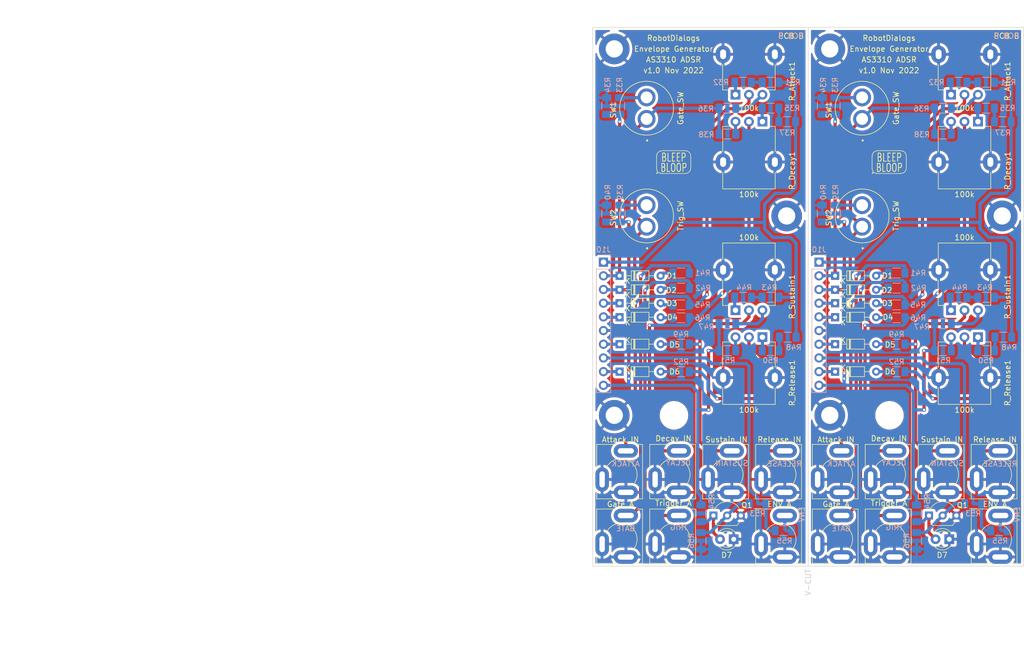
<source format=kicad_pcb>
(kicad_pcb (version 20211014) (generator pcbnew)
  (title_block (title "Envelope Generator AS3310") (date "2022-12-06") (rev "1.0") (company "RobotDialogs"))
  (layers (0 "F.Cu" signal) (31 "B.Cu" signal) (34 "B.Paste" user) (35 "F.Paste" user) (36 "B.SilkS" user "B.Silkscreen") (37 "F.SilkS" user "F.Silkscreen") (38 "B.Mask" user) (39 "F.Mask" user) (44 "Edge.Cuts" user))
  (net 0 "")
  (net 1 "+12V")
  (net 2 "GND")
  (net 3 "-12V")
  (net 4 "Net-(D2-Pad2)")
  (net 5 "Net-(J2-PadT)")
  (net 6 "Net-(D1-Pad2)")
  (net 7 "Net-(D5-Pad2)")
  (net 8 "Net-(D6-Pad2)")
  (net 9 "Net-(D7-Pad2)")
  (net 10 "Net-(D3-Pad2)")
  (net 11 "Net-(D4-Pad2)")
  (net 12 "Net-(Q1-Pad2)")
  (net 13 "Net-(J3-PadT)")
  (net 14 "Net-(J4-PadT)")
  (net 15 "Net-(J5-PadT)")
  (net 16 "Net-(J6-PadT)")
  (net 17 "Net-(R35-Pad2)")
  (net 18 "Net-(R36-Pad2)")
  (net 19 "Net-(R39-Pad1)")
  (net 20 "Net-(J7-PadT)")
  (net 21 "Net-(R32-Pad2)")
  (net 22 "Net-(R32-Pad1)")
  (net 23 "Net-(R33-Pad1)")
  (net 24 "Net-(R35-Pad1)")
  (net 25 "Net-(R38-Pad2)")
  (net 26 "Net-(R44-Pad2)")
  (net 27 "Net-(J8-PadT)")
  (net 28 "Net-(R44-Pad1)")
  (net 29 "Net-(R47-Pad2)")
  (net 30 "Net-(R50-Pad2)")
  (net 31 "FROM_GATE")
  (net 32 "FROM_TRIG")
  (net 33 "FROM_ATT")
  (net 34 "FROM_DEC")
  (net 35 "FROM_SUS")
  (net 36 "FROM_REL")
  (net 37 "TO_OUT")
  (net 38 "Net-(R50-Pad1)")
  (net 39 "Net-(R51-Pad2)")
  (footprint "My Stuff:Jack_3.5mm_MJ-355W_Vertical" (layer "F.Cu") (at 214.75 145)
    (fp_text reference "J8")
    (fp_text value "ENV_A")
  )
  (footprint "Diode_THT:D_DO-34_SOD68_P7.62mm_Horizontal" (layer "F.Cu") (at 184.985 108.8)
    (fp_text reference "D5")
    (fp_text value "D")
  )
  (footprint "My Stuff:SW_PS1024ALRED" (layer "F.Cu") (at 150 85 90)
    (fp_text reference "SW2")
    (fp_text value "Trig_SW")
  )
  (footprint "MountingHole:MountingHole_4.3mm_M4_ISO14580" (layer "F.Cu") (at 155.083333 122)
    (fp_text reference "H7" hide)
    (fp_text value "TrimPotHole")
  )
  (footprint "Diode_THT:D_DO-34_SOD68_P7.62mm_Horizontal" (layer "F.Cu") (at 144.985 96.1)
    (fp_text reference "D1")
    (fp_text value "D")
  )
  (footprint "My Stuff:SW_PS1024ALRED" (layer "F.Cu") (at 150 65 90)
    (fp_text reference "SW1")
    (fp_text value "Gate_SW")
  )
  (footprint "Diode_THT:D_DO-34_SOD68_P7.62mm_Horizontal" (layer "F.Cu") (at 144.985 98.7)
    (fp_text reference "D2")
    (fp_text value "D")
  )
  (footprint "Package_TO_SOT_THT:TO-92_Inline_Wide" (layer "F.Cu") (at 162.41 140.6)
    (fp_text reference "Q1")
    (fp_text value "2N3906")
  )
  (footprint "My Stuff:Potentiometer_Alpha_RD901F-40-00D_Single_Vertical_w_3d" (layer "F.Cu") (at 209 115 -90)
    (fp_text reference "R_Release1")
    (fp_text value "100k")
  )
  (footprint "My Stuff:Jack_3.5mm_MJ-355W_Vertical" (layer "F.Cu") (at 195.083333 145)
    (fp_text reference "J7")
    (fp_text value "Trigger_A")
  )
  (footprint "MountingHole:MountingHole_3.2mm_M3_ISO7380_Pad_TopBottom" (layer "F.Cu") (at 176 85)
    (fp_text reference "H4" hide)
    (fp_text value "MountingHole_Pad")
  )
  (footprint "MountingHole:MountingHole_3.2mm_M3_ISO7380_Pad_TopBottom" (layer "F.Cu") (at 216 85)
    (fp_text reference "H4" hide)
    (fp_text value "MountingHole_Pad")
  )
  (footprint "MountingHole:MountingHole_3.2mm_M3_ISO7380_Pad_TopBottom" (layer "F.Cu") (at 144 122)
    (fp_text reference "H6" hide)
    (fp_text value "MountingHole_Pad")
  )
  (footprint "My Stuff:Jack_3.5mm_MJ-355W_Vertical" (layer "F.Cu") (at 185.25 145)
    (fp_text reference "J6")
    (fp_text value "Gate_A")
  )
  (footprint "MountingHole:MountingHole_3.2mm_M3_ISO7380_Pad_TopBottom" (layer "F.Cu") (at 184 122)
    (fp_text reference "H6" hide)
    (fp_text value "MountingHole_Pad")
  )
  (footprint "My Stuff:Jack_3.5mm_MJ-355W_Vertical" (layer "F.Cu") (at 145.25 133)
    (fp_text reference "J2")
    (fp_text value "Attack_IN")
  )
  (footprint "My Stuff:Potentiometer_Alpha_RD901F-40-00D_Single_Vertical_w_3d" (layer "F.Cu") (at 209 95 90)
    (fp_text reference "R_Sustain1")
    (fp_text value "100k")
  )
  (footprint "My Stuff:Potentiometer_Alpha_RD901F-40-00D_Single_Vertical_w_3d" (layer "F.Cu") (at 209 75 -90)
    (fp_text reference "R_Decay1")
    (fp_text value "100k")
  )
  (footprint "Diode_THT:D_DO-34_SOD68_P7.62mm_Horizontal" (layer "F.Cu") (at 184.985 98.7)
    (fp_text reference "D2")
    (fp_text value "D")
  )
  (footprint "My Stuff:SW_PS1024ALRED" (layer "F.Cu") (at 190 65 90)
    (fp_text reference "SW1")
    (fp_text value "Gate_SW")
  )
  (footprint "My Stuff:Jack_3.5mm_MJ-355W_Vertical" (layer "F.Cu") (at 155.083333 133)
    (fp_text reference "J3")
    (fp_text value "Decay_IN")
  )
  (footprint "My Stuff:LED_D3.0mm" (layer "F.Cu") (at 204.9 145 180)
    (fp_text reference "D7")
    (fp_text value "LED_A")
  )
  (footprint "MountingHole:MountingHole_3.2mm_M3_ISO7380_Pad_TopBottom" (layer "F.Cu") (at 144 54)
    (fp_text reference "H2" hide)
    (fp_text value "MountingHole_Pad")
  )
  (footprint "My Stuff:Logo1" (layer "F.Cu") (at 155 75)
    (fp_text reference "LOGO1" hide)
    (fp_text value "logo1" hide)
  )
  (footprint "MountingHole:MountingHole_3.2mm_M3_ISO7380_Pad_TopBottom" (layer "F.Cu") (at 184 54)
    (fp_text reference "H2" hide)
    (fp_text value "MountingHole_Pad")
  )
  (footprint "My Stuff:Potentiometer_Alpha_RD901F-40-00D_Single_Vertical_w_3d" (layer "F.Cu") (at 169 55 90)
    (fp_text reference "R_Attack1")
    (fp_text value "100k")
  )
  (footprint "Diode_THT:D_DO-34_SOD68_P7.62mm_Horizontal" (layer "F.Cu") (at 144.985 101.2)
    (fp_text reference "D3")
    (fp_text value "D")
  )
  (footprint "MountingHole:MountingHole_4.3mm_M4_ISO14580" (layer "F.Cu") (at 195.083333 122)
    (fp_text reference "H7" hide)
    (fp_text value "TrimPotHole")
  )
  (footprint "Diode_THT:D_DO-34_SOD68_P7.62mm_Horizontal" (layer "F.Cu") (at 184.985 103.8)
    (fp_text reference "D4")
    (fp_text value "D")
  )
  (footprint "My Stuff:Jack_3.5mm_MJ-355W_Vertical" (layer "F.Cu") (at 204.916666 133)
    (fp_text reference "J4")
    (fp_text value "Sustain_IN")
  )
  (footprint "Diode_THT:D_DO-34_SOD68_P7.62mm_Horizontal" (layer "F.Cu") (at 184.985 101.2)
    (fp_text reference "D3")
    (fp_text value "D")
  )
  (footprint "My Stuff:Jack_3.5mm_MJ-355W_Vertical" (layer "F.Cu") (at 185.25 133)
    (fp_text reference "J2")
    (fp_text value "Attack_IN")
  )
  (footprint "Diode_THT:D_DO-34_SOD68_P7.62mm_Horizontal" (layer "F.Cu") (at 144.985 103.8)
    (fp_text reference "D4")
    (fp_text value "D")
  )
  (footprint "My Stuff:SW_PS1024ALRED" (layer "F.Cu") (at 190 85 90)
    (fp_text reference "SW2")
    (fp_text value "Trig_SW")
  )
  (footprint "My Stuff:Jack_3.5mm_MJ-355W_Vertical" (layer "F.Cu") (at 155.083333 145)
    (fp_text reference "J7")
    (fp_text value "Trigger_A")
  )
  (footprint "My Stuff:Jack_3.5mm_MJ-355W_Vertical" (layer "F.Cu") (at 164.916666 133)
    (fp_text reference "J4")
    (fp_text value "Sustain_IN")
  )
  (footprint "My Stuff:Jack_3.5mm_MJ-355W_Vertical" (layer "F.Cu") (at 145.25 145)
    (fp_text reference "J6")
    (fp_text value "Gate_A")
  )
  (footprint "My Stuff:Potentiometer_Alpha_RD901F-40-00D_Single_Vertical_w_3d" (layer "F.Cu") (at 209 55 90)
    (fp_text reference "R_Attack1")
    (fp_text value "100k")
  )
  (footprint "Diode_THT:D_DO-34_SOD68_P7.62mm_Horizontal" (layer "F.Cu") (at 144.985 113.9)
    (fp_text reference "D6")
    (fp_text value "D")
  )
  (footprint "Diode_THT:D_DO-34_SOD68_P7.62mm_Horizontal" (layer "F.Cu") (at 144.985 108.8)
    (fp_text reference "D5")
    (fp_text value "D")
  )
  (footprint "Package_TO_SOT_THT:TO-92_Inline_Wide" (layer "F.Cu") (at 202.41 140.6)
    (fp_text reference "Q1")
    (fp_text value "2N3906")
  )
  (footprint "My Stuff:Jack_3.5mm_MJ-355W_Vertical" (layer "F.Cu") (at 174.75 133)
    (fp_text reference "J5")
    (fp_text value "Release_IN")
  )
  (footprint "Diode_THT:D_DO-34_SOD68_P7.62mm_Horizontal" (layer "F.Cu") (at 184.985 113.9)
    (fp_text reference "D6")
    (fp_text value "D")
  )
  (footprint "My Stuff:Jack_3.5mm_MJ-355W_Vertical" (layer "F.Cu") (at 174.75 145)
    (fp_text reference "J8")
    (fp_text value "ENV_A")
  )
  (footprint "My Stuff:Potentiometer_Alpha_RD901F-40-00D_Single_Vertical_w_3d" (layer "F.Cu") (at 169 75 -90)
    (fp_text reference "R_Decay1")
    (fp_text value "100k")
  )
  (footprint "My Stuff:Potentiometer_Alpha_RD901F-40-00D_Single_Vertical_w_3d" (layer "F.Cu") (at 169 115 -90)
    (fp_text reference "R_Release1")
    (fp_text value "100k")
  )
  (footprint "My Stuff:Jack_3.5mm_MJ-355W_Vertical" (layer "F.Cu") (at 214.75 133)
    (fp_text reference "J5")
    (fp_text value "Release_IN")
  )
  (footprint "My Stuff:Potentiometer_Alpha_RD901F-40-00D_Single_Vertical_w_3d" (layer "F.Cu") (at 169 95 90)
    (fp_text reference "R_Sustain1")
    (fp_text value "100k")
  )
  (footprint "My Stuff:Logo1" (layer "F.Cu") (at 195 75)
    (fp_text reference "LOGO1" hide)
    (fp_text value "logo1" hide)
  )
  (footprint "Diode_THT:D_DO-34_SOD68_P7.62mm_Horizontal" (layer "F.Cu") (at 184.985 96.1)
    (fp_text reference "D1")
    (fp_text value "D")
  )
  (footprint "My Stuff:Jack_3.5mm_MJ-355W_Vertical" (layer "F.Cu") (at 195.083333 133)
    (fp_text reference "J3")
    (fp_text value "Decay_IN")
  )
  (footprint "My Stuff:LED_D3.0mm" (layer "F.Cu") (at 164.9 145 180)
    (fp_text reference "D7")
    (fp_text value "LED_A")
  )
  (footprint "Resistor_SMD:R_1206_3216Metric_Pad1.30x1.75mm_HandSolder" (layer "B.Cu") (at 196.4 113.9 180)
    (fp_text reference "R52")
    (fp_text value "1k")
  )
  (footprint "Resistor_SMD:R_1206_3216Metric_Pad1.30x1.75mm_HandSolder" (layer "B.Cu") (at 182.6 84.550001 90)
    (fp_text reference "R40")
    (fp_text value "10k")
  )
  (footprint "Resistor_SMD:R_1206_3216Metric_Pad1.30x1.75mm_HandSolder" (layer "B.Cu") (at 213 65)
    (fp_text reference "R35")
    (fp_text value "100k")
  )
  (footprint "Resistor_SMD:R_1206_3216Metric_Pad1.30x1.75mm_HandSolder" (layer "B.Cu") (at 196.4 98.4 180)
    (fp_text reference "R42")
    (fp_text value "1k")
  )
  (footprint "Resistor_SMD:R_1206_3216Metric_Pad1.30x1.75mm_HandSolder" (layer "B.Cu") (at 205 69.8)
    (fp_text reference "R38")
    (fp_text value "10k")
  )
  (footprint "Resistor_SMD:R_1206_3216Metric_Pad1.30x1.75mm_HandSolder" (layer "B.Cu") (at 207.9 60.2)
    (fp_text reference "R32")
    (fp_text value "100k")
  )
  (footprint "Resistor_SMD:R_1206_3216Metric_Pad1.30x1.75mm_HandSolder" (layer "B.Cu") (at 196.4 95.6 180)
    (fp_text reference "R41")
    (fp_text value "1k")
  )
  (footprint "Resistor_SMD:R_1206_3216Metric_Pad1.30x1.75mm_HandSolder" (layer "B.Cu") (at 167.9 100.1)
    (fp_text reference "R44")
    (fp_text value "100k")
  )
  (footprint "Resistor_SMD:R_1206_3216Metric_Pad1.30x1.75mm_HandSolder" (layer "B.Cu") (at 173 60.2)
    (fp_text reference "R31")
    (fp_text value "10k")
  )
  (footprint "Resistor_SMD:R_1206_3216Metric_Pad1.30x1.75mm_HandSolder" (layer "B.Cu") (at 165 65)
    (fp_text reference "R36")
    (fp_text value "10k")
  )
  (footprint "Connector_PinHeader_2.54mm:PinHeader_1x10_P2.54mm_Vertical" (layer "B.Cu") (at 182 93.575 180)
    (fp_text reference "J10")
    (fp_text value "Conn_01x10")
  )
  (footprint "Resistor_SMD:R_1206_3216Metric_Pad1.30x1.75mm_HandSolder" (layer "B.Cu") (at 142.6 64.6 90)
    (fp_text reference "R34")
    (fp_text value "10k")
  )
  (footprint "Resistor_SMD:R_1206_3216Metric_Pad1.30x1.75mm_HandSolder" (layer "B.Cu") (at 176.2 107.5)
    (fp_text reference "R48")
    (fp_text value "10k")
  )
  (footprint "Resistor_SMD:R_1206_3216Metric_Pad1.30x1.75mm_HandSolder" (layer "B.Cu") (at 165 69.8)
    (fp_text reference "R38")
    (fp_text value "10k")
  )
  (footprint "Resistor_SMD:R_1206_3216Metric_Pad1.30x1.75mm_HandSolder" (layer "B.Cu") (at 175.4 143.4 180)
    (fp_text reference "R55")
    (fp_text value "1k")
  )
  (footprint "Resistor_SMD:R_1206_3216Metric_Pad1.30x1.75mm_HandSolder" (layer "B.Cu") (at 215.4 143.4 180)
    (fp_text reference "R55")
    (fp_text value "1k")
  )
  (footprint "Resistor_SMD:R_1206_3216Metric_Pad1.30x1.75mm_HandSolder" (layer "B.Cu") (at 196.4 108.8 180)
    (fp_text reference "R49")
    (fp_text value "1k")
  )
  (footprint "Resistor_SMD:R_1206_3216Metric_Pad1.30x1.75mm_HandSolder" (layer "B.Cu") (at 173 100.1)
    (fp_text reference "R43")
    (fp_text value "10k")
  )
  (footprint "Resistor_SMD:R_1206_3216Metric_Pad1.30x1.75mm_HandSolder" (layer "B.Cu") (at 156.4 98.4 180)
    (fp_text reference "R42")
    (fp_text value "1k")
  )
  (footprint "Resistor_SMD:R_1206_3216Metric_Pad1.30x1.75mm_HandSolder" (layer "B.Cu") (at 167.9 60.2)
    (fp_text reference "R32")
    (fp_text value "100k")
  )
  (footprint "Resistor_SMD:R_1206_3216Metric_Pad1.30x1.75mm_HandSolder" (layer "B.Cu") (at 156.4 108.8 180)
    (fp_text reference "R49")
    (fp_text value "1k")
  )
  (footprint "Resistor_SMD:R_1206_3216Metric_Pad1.30x1.75mm_HandSolder" (layer "B.Cu") (at 142.6 84.550001 90)
    (fp_text reference "R40")
    (fp_text value "10k")
  )
  (footprint "Resistor_SMD:R_1206_3216Metric_Pad1.30x1.75mm_HandSolder" (layer "B.Cu") (at 205 105)
    (fp_text reference "R47")
    (fp_text value "10k")
  )
  (footprint "Resistor_SMD:R_1206_3216Metric_Pad1.30x1.75mm_HandSolder" (layer "B.Cu") (at 213 60.2)
    (fp_text reference "R31")
    (fp_text value "10k")
  )
  (footprint "Resistor_SMD:R_1206_3216Metric_Pad1.30x1.75mm_HandSolder" (layer "B.Cu") (at 205 65)
    (fp_text reference "R36")
    (fp_text value "10k")
  )
  (footprint "Resistor_SMD:R_1206_3216Metric_Pad1.30x1.75mm_HandSolder" (layer "B.Cu") (at 185.099999 84.55 -90)
    (fp_text reference "R39")
    (fp_text value "4.7k")
  )
  (footprint "Resistor_SMD:R_1206_3216Metric_Pad1.30x1.75mm_HandSolder" (layer "B.Cu") (at 165 110)
    (fp_text reference "R51")
    (fp_text value "10k")
  )
  (footprint "Resistor_SMD:R_1206_3216Metric_Pad1.30x1.75mm_HandSolder" (layer "B.Cu") (at 156.4 95.6 180)
    (fp_text reference "R41")
    (fp_text value "1k")
  )
  (footprint "Resistor_SMD:R_1206_3216Metric_Pad1.30x1.75mm_HandSolder" (layer "B.Cu") (at 210.6 138.4)
    (fp_text reference "R53")
    (fp_text value "100k")
  )
  (footprint "Resistor_SMD:R_1206_3216Metric_Pad1.30x1.75mm_HandSolder" (layer "B.Cu") (at 165 105)
    (fp_text reference "R47")
    (fp_text value "10k")
  )
  (footprint "Resistor_SMD:R_1206_3216Metric_Pad1.30x1.75mm_HandSolder" (layer "B.Cu") (at 213 110)
    (fp_text reference "R50")
    (fp_text value "100k")
  )
  (footprint "Resistor_SMD:R_1206_3216Metric_Pad1.30x1.75mm_HandSolder" (layer "B.Cu") (at 176.1 67.5)
    (fp_text reference "R37")
    (fp_text value "10k")
  )
  (footprint "Resistor_SMD:R_1206_3216Metric_Pad1.30x1.75mm_HandSolder" (layer "B.Cu") (at 173 65)
    (fp_text reference "R35")
    (fp_text value "100k")
  )
  (footprint "Resistor_SMD:R_1206_3216Metric_Pad1.30x1.75mm_HandSolder" (layer "B.Cu") (at 196.4 101.5 180)
    (fp_text reference "R45")
    (fp_text value "1k")
  )
  (footprint "Resistor_SMD:R_1206_3216Metric_Pad1.30x1.75mm_HandSolder" (layer "B.Cu") (at 205 110)
    (fp_text reference "R51")
    (fp_text value "10k")
  )
  (footprint "Resistor_SMD:R_1206_3216Metric_Pad1.30x1.75mm_HandSolder" (layer "B.Cu") (at 185 64.6 -90)
    (fp_text reference "R33")
    (fp_text value "4.7k")
  )
  (footprint "Resistor_SMD:R_1206_3216Metric_Pad1.30x1.75mm_HandSolder" (layer "B.Cu") (at 156.4 113.9 180)
    (fp_text reference "R52")
    (fp_text value "1k")
  )
  (footprint "Resistor_SMD:R_1206_3216Metric_Pad1.30x1.75mm_HandSolder" (layer "B.Cu") (at 200.1 145.3 -90)
    (fp_text reference "R56")
    (fp_text value "22k")
  )
  (footprint "Resistor_SMD:R_1206_3216Metric_Pad1.30x1.75mm_HandSolder" (layer "B.Cu") (at 160.1 140.2 -90)
    (fp_text reference "R54")
    (fp_text value "3.3k")
  )
  (footprint "Resistor_SMD:R_1206_3216Metric_Pad1.30x1.75mm_HandSolder" (layer "B.Cu") (at 156.4 101.5 180)
    (fp_text reference "R45")
    (fp_text value "1k")
  )
  (footprint "Resistor_SMD:R_1206_3216Metric_Pad1.30x1.75mm_HandSolder" (layer "B.Cu") (at 207.9 100.1)
    (fp_text reference "R44")
    (fp_text value "100k")
  )
  (footprint "Resistor_SMD:R_1206_3216Metric_Pad1.30x1.75mm_HandSolder" (layer "B.Cu") (at 145.099999 84.55 -90)
    (fp_text reference "R39")
    (fp_text value "4.7k")
  )
  (footprint "Resistor_SMD:R_1206_3216Metric_Pad1.30x1.75mm_HandSolder" (layer "B.Cu") (at 216.1 67.5)
    (fp_text reference "R37")
    (fp_text value "10k")
  )
  (footprint "Resistor_SMD:R_1206_3216Metric_Pad1.30x1.75mm_HandSolder" (layer "B.Cu") (at 170.6 138.4)
    (fp_text reference "R53")
    (fp_text value "100k")
  )
  (footprint "Resistor_SMD:R_1206_3216Metric_Pad1.30x1.75mm_HandSolder" (layer "B.Cu") (at 216.2 107.5)
    (fp_text reference "R48")
    (fp_text value "10k")
  )
  (footprint "Resistor_SMD:R_1206_3216Metric_Pad1.30x1.75mm_HandSolder" (layer "B.Cu") (at 160.1 145.3 -90)
    (fp_text reference "R56")
    (fp_text value "22k")
  )
  (footprint "Connector_PinHeader_2.54mm:PinHeader_1x10_P2.54mm_Vertical" (layer "B.Cu") (at 142 93.575 180)
    (fp_text reference "J10")
    (fp_text value "Conn_01x10")
  )
  (footprint "Resistor_SMD:R_1206_3216Metric_Pad1.30x1.75mm_HandSolder" (layer "B.Cu") (at 196.4 103.9 180)
    (fp_text reference "R46")
    (fp_text value "1k")
  )
  (footprint "Resistor_SMD:R_1206_3216Metric_Pad1.30x1.75mm_HandSolder" (layer "B.Cu") (at 156.4 103.9 180)
    (fp_text reference "R46")
    (fp_text value "1k")
  )
  (footprint "Resistor_SMD:R_1206_3216Metric_Pad1.30x1.75mm_HandSolder" (layer "B.Cu") (at 173 110)
    (fp_text reference "R50")
    (fp_text value "100k")
  )
  (footprint "Resistor_SMD:R_1206_3216Metric_Pad1.30x1.75mm_HandSolder" (layer "B.Cu") (at 182.6 64.6 90)
    (fp_text reference "R34")
    (fp_text value "10k")
  )
  (footprint "Resistor_SMD:R_1206_3216Metric_Pad1.30x1.75mm_HandSolder" (layer "B.Cu") (at 213 100.1)
    (fp_text reference "R43")
    (fp_text value "10k")
  )
  (footprint "Resistor_SMD:R_1206_3216Metric_Pad1.30x1.75mm_HandSolder" (layer "B.Cu") (at 200.1 140.2 -90)
    (fp_text reference "R54")
    (fp_text value "3.3k")
  )
  (footprint "Resistor_SMD:R_1206_3216Metric_Pad1.30x1.75mm_HandSolder" (layer "B.Cu") (at 145 64.6 -90)
    (fp_text reference "R33")
    (fp_text value "4.7k")
  )
  (gr_rect (start 140 50) (end 220 150) (layer "Edge.Cuts") (width 0.1) (fill none))
  (gr_line (start 180 50) (end 180 150) (layer "Edge.Cuts") (width 0.1))
  (gr_text "ATTACK" (at 146.1 131) (layer "B.SilkS") (effects (font (size 1 1)) (justify mirror)))
  (gr_text "ENV" (at 218.8 140.4 90) (layer "B.SilkS") (effects (font (size 1 1)) (justify mirror)))
  (gr_text "TRIG" (at 156 142.8) (layer "B.SilkS") (effects (font (size 1 1)) (justify mirror)))
  (gr_text "RELEASE" (at 215.6 131) (layer "B.SilkS") (effects (font (size 1 1)) (justify mirror)))
  (gr_text "PCB B" (at 216.8 51.6) (layer "B.SilkS") (effects (font (size 1 1)) (justify mirror)))
  (gr_text "DECAY" (at 155.9 130.8) (layer "B.SilkS") (effects (font (size 1 1)) (justify mirror)))
  (gr_text "SUSTAIN" (at 205.8 130.9) (layer "B.SilkS") (effects (font (size 1 1)) (justify mirror)))
  (gr_text "ATTACK" (at 186.1 131) (layer "B.SilkS") (effects (font (size 1 1)) (justify mirror)))
  (gr_text "PCB B" (at 176.8 51.6) (layer "B.SilkS") (effects (font (size 1 1)) (justify mirror)))
  (gr_text "SUSTAIN" (at 165.8 130.9) (layer "B.SilkS") (effects (font (size 1 1)) (justify mirror)))
  (gr_text "DECAY" (at 195.9 130.8) (layer "B.SilkS") (effects (font (size 1 1)) (justify mirror)))
  (gr_text "ENV" (at 178.8 140.4 90) (layer "B.SilkS") (effects (font (size 1 1)) (justify mirror)))
  (gr_text "GATE" (at 186.1 143) (layer "B.SilkS") (effects (font (size 1 1)) (justify mirror)))
  (gr_text "GATE" (at 146.1 143) (layer "B.SilkS") (effects (font (size 1 1)) (justify mirror)))
  (gr_text "TRIG" (at 196 142.8) (layer "B.SilkS") (effects (font (size 1 1)) (justify mirror)))
  (gr_text "RELEASE" (at 175.6 131) (layer "B.SilkS") (effects (font (size 1 1)) (justify mirror)))
  (gr_text "PCB B" (at 216.8 51.6) (layer "F.SilkS") (effects (font (size 1 1))))
  (gr_text "Envelope Generator" (at 155 54) (layer "F.SilkS") (effects (font (size 1 1))))
  (gr_text "Envelope Generator" (at 195 54) (layer "F.SilkS") (effects (font (size 1 1))))
  (gr_text "AS3310 ADSR" (at 195 56) (layer "F.SilkS") (effects (font (size 1 1))))
  (gr_text "RobotDialogs\n" (at 155 52) (layer "F.SilkS") (effects (font (size 1 1))))
  (gr_text "PCB B" (at 176.8 51.6) (layer "F.SilkS") (effects (font (size 1 1))))
  (gr_text "RobotDialogs\n" (at 195 52) (layer "F.SilkS") (effects (font (size 1 1))))
  (gr_text "v1.0 Nov 2022" (at 155 58) (layer "F.SilkS") (effects (font (size 1 1))))
  (gr_text "AS3310 ADSR" (at 155 56) (layer "F.SilkS") (effects (font (size 1 1))))
  (gr_text "v1.0 Nov 2022" (at 195 58) (layer "F.SilkS") (effects (font (size 1 1))))
  (gr_text "V-CUT" (at 180 153 90) (layer "Edge.Cuts") (effects (font (size 1 1))))
  (segment (start 187.8 89.2) (end 190 87) (width 0.6) (layer "F.Cu") (net 1))
  (segment (start 147.840489 84.840489) (end 147.840489 69.159511) (width 0.6) (layer "F.Cu") (net 1))
  (segment (start 190 87) (end 187.840489 84.840489) (width 0.6) (layer "F.Cu") (net 1))
  (segment (start 161.5 110) (end 161.5 121) (width 0.6) (layer "F.Cu") (net 1))
  (segment (start 147.840489 69.159511) (end 150 67) (width 0.6) (layer "F.Cu") (net 1))
  (segment (start 187.840489 84.840489) (end 187.840489 69.159511) (width 0.6) (layer "F.Cu") (net 1))
  (segment (start 186.7 100.9) (end 187.8 99.8) (width 0.6) (layer "F.Cu") (net 1))
  (segment (start 146.7 114.2) (end 146.7 100.9) (width 0.6) (layer "F.Cu") (net 1))
  (segment (start 201.5 110) (end 201.5 121) (width 0.6) (layer "F.Cu") (net 1))
  (segment (start 146.7 100.9) (end 147.8 99.8) (width 0.6) (layer "F.Cu") (net 1))
  (segment (start 187.840489 69.159511) (end 190 67) (width 0.6) (layer "F.Cu") (net 1))
  (segment (start 146.7 115.2) (end 146.7 114.2) (width 0.6) (layer "F.Cu") (net 1))
  (segment (start 186.7 115.2) (end 186.7 114.2) (width 0.6) (layer "F.Cu") (net 1))
  (segment (start 187.8 99.8) (end 187.8 89.2) (width 0.6) (layer "F.Cu") (net 1))
  (segment (start 147.8 99.8) (end 147.8 89.2) (width 0.6) (layer "F.Cu") (net 1))
  (segment (start 150 87) (end 147.840489 84.840489) (width 0.6) (layer "F.Cu") (net 1))
  (segment (start 186.7 114.2) (end 186.7 100.9) (width 0.6) (layer "F.Cu") (net 1))
  (segment (start 147.8 89.2) (end 150 87) (width 0.6) (layer "F.Cu") (net 1))
  (via (at 186.7 115.2) (size 0.7) (drill 0.4) (layers "F.Cu" "B.Cu") (net 1))
  (via (at 201.5 121) (size 0.7) (drill 0.4) (layers "F.Cu" "B.Cu") (net 1))
  (via (at 161.5 121) (size 0.7) (drill 0.4) (layers "F.Cu" "B.Cu") (net 1))
  (via (at 186.7 114.2) (size 0.7) (drill 0.4) (layers "F.Cu" "B.Cu") (net 1))
  (via (at 161.5 110) (size 0.7) (drill 0.4) (layers "F.Cu" "B.Cu") (net 1))
  (via (at 146.7 114.2) (size 0.7) (drill 0.4) (layers "F.Cu" "B.Cu") (net 1))
  (via (at 201.5 110) (size 0.7) (drill 0.4) (layers "F.Cu" "B.Cu") (net 1))
  (via (at 146.7 115.2) (size 0.7) (drill 0.4) (layers "F.Cu" "B.Cu") (net 1))
  (segment (start 200.1 138.65) (end 200.1 137) (width 0.6) (layer "B.Cu") (net 1))
  (segment (start 200.1 137) (end 199.5 136.4) (width 0.6) (layer "B.Cu") (net 1))
  (segment (start 201.5 121) (end 199.5 121) (width 0.6) (layer "B.Cu") (net 1))
  (segment (start 146.7 114.2) (end 146.7 115.2) (width 0.6) (layer "B.Cu") (net 1))
  (segment (start 203.45 110) (end 203.45 105) (width 0.6) (layer "B.Cu") (net 1))
  (segment (start 186.665 116.435) (end 198.265 116.435) (width 0.6) (layer "B.Cu") (net 1))
  (segment (start 199.5 136.4) (end 199.5 121) (width 0.6) (layer "B.Cu") (net 1))
  (segment (start 146.665 116.435) (end 146.665 115.235) (width 0.6) (layer "B.Cu") (net 1))
  (segment (start 203.45 65) (end 192 65) (width 0.6) (layer "B.Cu") (net 1))
  (segment (start 161.5 121) (end 159.5 121) (width 0.6) (layer "B.Cu") (net 1))
  (segment (start 186.7 114.2) (end 186.7 115.2) (width 0.6) (layer "B.Cu") (net 1))
  (segment (start 159.5 117.67) (end 158.265 116.435) (width 0.6) (layer "B.Cu") (net 1))
  (segment (start 203.45 110) (end 201.5 110) (width 0.6) (layer "B.Cu") (net 1))
  (segment (start 199.5 117.67) (end 198.265 116.435) (width 0.6) (layer "B.Cu") (net 1))
  (segment (start 146.665 115.235) (end 146.7 115.2) (width 0.6) (layer "B.Cu") (net 1))
  (segment (start 203.45 69.8) (end 203.45 65) (width 0.6) (layer "B.Cu") (net 1))
  (segment (start 146.665 116.435) (end 158.265 116.435) (width 0.6) (layer "B.Cu") (net 1))
  (segment (start 192 65) (end 190 67) (width 0.6) (layer "B.Cu") (net 1))
  (segment (start 163.45 65) (end 152 65) (width 0.6) (layer "B.Cu") (net 1))
  (segment (start 163.45 110) (end 163.45 105) (width 0.6) (layer "B.Cu") (net 1))
  (segment (start 159.5 136.4) (end 159.5 121) (width 0.6) (layer "B.Cu") (net 1))
  (segment (start 160.1 137) (end 159.5 136.4) (width 0.6) (layer "B.Cu") (net 1))
  (segment (start 142 116.435) (end 146.665 116.435) (width 0.6) (layer "B.Cu") (net 1))
  (segment (start 163.45 110) (end 161.5 110) (width 0.6) (layer "B.Cu") (net 1))
  (segment (start 199.5 121) (end 199.5 117.67) (width 0.6) (layer "B.Cu") (net 1))
  (segment (start 186.665 116.435) (end 186.665 115.235) (width 0.6) (layer "B.Cu") (net 1))
  (segment (start 160.1 138.65) (end 160.1 137) (width 0.6) (layer "B.Cu") (net 1))
  (segment (start 159.5 121) (end 159.5 117.67) (width 0.6) (layer "B.Cu") (net 1))
  (segment (start 182 116.435) (end 186.665 116.435) (width 0.6) (layer "B.Cu") (net 1))
  (segment (start 186.665 115.235) (end 186.7 115.2) (width 0.6) (layer "B.Cu") (net 1))
  (segment (start 152 65) (end 150 67) (width 0.6) (layer "B.Cu") (net 1))
  (segment (start 163.45 69.8) (end 163.45 65) (width 0.6) (layer "B.Cu") (net 1))
  (segment (start 211.9 86.2) (end 211.9 87.4) (width 0.6) (layer "B.Cu") (net 3))
  (segment (start 214.55 100.1) (end 217.7 100.1) (width 0.6) (layer "B.Cu") (net 3))
  (segment (start 189.225 93.575) (end 196.6 86.2) (width 0.6) (layer "B.Cu") (net 3))
  (segment (start 174.55 60.2) (end 177.2 60.2) (width 0.6) (layer "B.Cu") (net 3))
  (segment (start 213.5 89) (end 216.7 89) (width 0.6) (layer "B.Cu") (net 3))
  (segment (start 171.9 86.2) (end 171.9 87.4) (width 0.6) (layer "B.Cu") (net 3))
  (segment (start 174.55 100.1) (end 177.7 100.1) (width 0.6) (layer "B.Cu") (net 3))
  (segment (start 217.75 90.05) (end 217.75 100.15) (width 0.6) (layer "B.Cu") (net 3))
  (segment (start 177.65 79.75) (end 176.6 80.8) (width 0.6) (layer "B.Cu") (net 3))
  (segment (start 177.7 100.1) (end 177.75 100.15) (width 0.6) (layer "B.Cu") (net 3))
  (segment (start 216.7 89) (end 217.75 90.05) (width 0.6) (layer "B.Cu") (net 3))
  (segment (start 171.9 82.8) (end 171.9 86.2) (width 0.6) (layer "B.Cu") (net 3))
  (segment (start 171.9 87.4) (end 173.5 89) (width 0.6) (layer "B.Cu") (net 3))
  (segment (start 211.9 82.8) (end 213.9 80.8) (width 0.6) (layer "B.Cu") (net 3))
  (segment (start 149.225 93.575) (end 156.6 86.2) (width 0.6) (layer "B.Cu") (net 3))
  (segment (start 177.2 60.2) (end 177.65 60.65) (width 0.6) (layer "B.Cu") (net 3))
  (segment (start 156.6 86.2) (end 171.9 86.2) (width 0.6) (layer "B.Cu") (net 3))
  (segment (start 217.7 100.1) (end 217.75 100.15) (width 0.6) (layer "B.Cu") (net 3))
  (segment (start 217.65 60.65) (end 217.65 67.5) (width 0.6) (layer "B.Cu") (net 3))
  (segment (start 182 93.575) (end 189.225 93.575) (width 0.6) (layer "B.Cu") (net 3))
  (segment (start 216.6 80.8) (end 213.9 80.8) (width 0.6) (layer "B.Cu") (net 3))
  (segment (start 196.6 86.2) (end 211.9 86.2) (width 0.6) (layer "B.Cu") (net 3))
  (segment (start 211.9 82.8) (end 211.9 86.2) (width 0.6) (layer "B.Cu") (net 3))
  (segment (start 217.65 79.75) (end 216.6 80.8) (width 0.6) (layer "B.Cu") (net 3))
  (segment (start 176.7 89) (end 177.75 90.05) (width 0.6) (layer "B.Cu") (net 3))
  (segment (start 171.9 82.8) (end 173.9 80.8) (width 0.6) (layer "B.Cu") (net 3))
  (segment (start 177.65 67.5) (end 177.65 79.75) (width 0.6) (layer "B.Cu") (net 3))
  (segment (start 142 93.575) (end 149.225 93.575) (width 0.6) (layer "B.Cu") (net 3))
  (segment (start 214.55 60.2) (end 217.2 60.2) (width 0.6) (layer "B.Cu") (net 3))
  (segment (start 177.75 90.05) (end 177.75 100.15) (width 0.6) (layer "B.Cu") (net 3))
  (segment (start 217.75 100.15) (end 217.75 107.5) (width 0.6) (layer "B.Cu") (net 3))
  (segment (start 176.6 80.8) (end 173.9 80.8) (width 0.6) (layer "B.Cu") (net 3))
  (segment (start 211.9 87.4) (end 213.5 89) (width 0.6) (layer "B.Cu") (net 3))
  (segment (start 173.5 89) (end 176.7 89) (width 0.6) (layer "B.Cu") (net 3))
  (segment (start 217.65 67.5) (end 217.65 79.75) (width 0.6) (layer "B.Cu") (net 3))
  (segment (start 177.65 60.65) (end 177.65 67.5) (width 0.6) (layer "B.Cu") (net 3))
  (segment (start 217.2 60.2) (end 217.65 60.65) (width 0.6) (layer "B.Cu") (net 3))
  (segment (start 177.75 100.15) (end 177.75 107.5) (width 0.6) (layer "B.Cu") (net 3))
  (segment (start 152.905 98.4) (end 152.605 98.7) (width 0.6) (layer "B.Cu") (net 4))
  (segment (start 154.85 98.4) (end 152.905 98.4) (width 0.6) (layer "B.Cu") (net 4))
  (segment (start 194.85 98.4) (end 192.905 98.4) (width 0.6) (layer "B.Cu") (net 4))
  (segment (start 192.905 98.4) (end 192.605 98.7) (width 0.6) (layer "B.Cu") (net 4))
  (segment (start 186.15 126.65) (end 187.9 124.9) (width 0.6) (layer "F.Cu") (net 5))
  (segment (start 201.2 99.6) (end 201.2 68.8) (width 0.6) (layer "F.Cu") (net 5))
  (segment (start 147.9 101.3) (end 147.9 101.2) (width 0.6) (layer "F.Cu") (net 5))
  (segment (start 209 64) (end 209 62.5) (width 0.6) (layer "F.Cu") (net 5))
  (segment (start 164.9 65.1) (end 167.9 65.1) (width 0.6) (layer "F.Cu") (net 5))
  (segment (start 161.2 68.8) (end 164.9 65.1) (width 0.6) (layer "F.Cu") (net 5))
  (segment (start 201.2 68.8) (end 204.9 65.1) (width 0.6) (layer "F.Cu") (net 5))
  (segment (start 207.9 65.1) (end 209 64) (width 0.6) (layer "F.Cu") (net 5))
  (segment (start 147.9 124.9) (end 147.9 101.3) (width 0.6) (layer "F.Cu") (net 5))
  (segment (start 204.9 65.1) (end 207.9 65.1) (width 0.6) (layer "F.Cu") (net 5))
  (segment (start 187.9 124.9) (end 187.9 101.3) (width 0.6) (layer "F.Cu") (net 5))
  (segment (start 169 64) (end 169 62.5) (width 0.6) (layer "F.Cu") (net 5))
  (segment (start 146.15 126.65) (end 147.9 124.9) (width 0.6) (layer "F.Cu") (net 5))
  (segment (start 167.9 65.1) (end 169 64) (width 0.6) (layer "F.Cu") (net 5))
  (segment (start 186.15 128.6) (end 186.15 126.65) (width 0.6) (layer "F.Cu") (net 5))
  (segment (start 161.2 99.6) (end 161.2 68.8) (width 0.6) (layer "F.Cu") (net 5))
  (segment (start 187.9 101.3) (end 187.9 101.2) (width 0.6) (layer "F.Cu") (net 5))
  (segment (start 146.15 128.6) (end 146.15 126.65) (width 0.6) (layer "F.Cu") (net 5))
  (via (at 187.9 101.2) (size 0.7) (drill 0.4) (layers "F.Cu" "B.Cu") (net 5))
  (via (at 147.9 101.2) (size 0.7) (drill 0.4) (layers "F.Cu" "B.Cu") (net 5))
  (via (at 201.2 99.6) (size 0.7) (drill 0.4) (layers "F.Cu" "B.Cu") (net 5))
  (via (at 161.2 99.6) (size 0.7) (drill 0.4) (layers "F.Cu" "B.Cu") (net 5))
  (segment (start 159.3 101.5) (end 161.2 99.6) (width 0.6) (layer "B.Cu") (net 5))
  (segment (start 187.9 101.2) (end 189.150489 99.949511) (width 0.6) (layer "B.Cu") (net 5))
  (segment (start 147.9 101.2) (end 149.150489 99.949511) (width 0.6) (layer "B.Cu") (net 5))
  (segment (start 197.95 100.45) (end 197.95 101.9) (width 0.6) (layer "B.Cu") (net 5))
  (segment (start 189.150489 99.949511) (end 197.449511 99.949511) (width 0.6) (layer "B.Cu") (net 5))
  (segment (start 157.95 100.45) (end 157.95 101.9) (width 0.6) (layer "B.Cu") (net 5))
  (segment (start 197.449511 99.949511) (end 197.95 100.45) (width 0.6) (layer "B.Cu") (net 5))
  (segment (start 157.449511 99.949511) (end 157.95 100.45) (width 0.6) (layer "B.Cu") (net 5))
  (segment (start 157.95 101.5) (end 159.3 101.5) (width 0.6) (layer "B.Cu") (net 5))
  (segment (start 199.3 101.5) (end 201.2 99.6) (width 0.6) (layer "B.Cu") (net 5))
  (segment (start 149.150489 99.949511) (end 157.449511 99.949511) (width 0.6) (layer "B.Cu") (net 5))
  (segment (start 197.95 101.5) (end 199.3 101.5) (width 0.6) (layer "B.Cu") (net 5))
  (segment (start 193.105 95.6) (end 192.605 96.1) (width 0.6) (layer "B.Cu") (net 6))
  (segment (start 154.85 95.6) (end 153.105 95.6) (width 0.6) (layer "B.Cu") (net 6))
  (segment (start 194.85 95.6) (end 193.105 95.6) (width 0.6) (layer "B.Cu") (net 6))
  (segment (start 153.105 95.6) (end 152.605 96.1) (width 0.6) (layer "B.Cu") (net 6))
  (segment (start 154.85 108.8) (end 152.605 108.8) (width 0.6) (layer "B.Cu") (net 7))
  (segment (start 194.85 108.8) (end 192.605 108.8) (width 0.6) (layer "B.Cu") (net 7))
  (segment (start 152.605 113.9) (end 154.85 113.9) (width 0.6) (layer "B.Cu") (net 8))
  (segment (start 192.605 113.9) (end 194.85 113.9) (width 0.6) (layer "B.Cu") (net 8))
  (segment (start 202.41 140.6) (end 202.41 143.78) (width 0.6) (layer "F.Cu") (net 9))
  (segment (start 162.41 140.6) (end 162.41 143.78) (width 0.6) (layer "F.Cu") (net 9))
  (segment (start 202.41 143.78) (end 203.63 145) (width 0.6) (layer "F.Cu") (net 9))
  (segment (start 162.41 143.78) (end 163.63 145) (width 0.6) (layer "F.Cu") (net 9))
  (segment (start 160.1 141.75) (end 161.26 141.75) (width 0.6) (layer "B.Cu") (net 9))
  (segment (start 200.1 141.75) (end 201.26 141.75) (width 0.6) (layer "B.Cu") (net 9))
  (segment (start 201.26 141.75) (end 202.41 140.6) (width 0.6) (layer "B.Cu") (net 9))
  (segment (start 161.26 141.75) (end 162.41 140.6) (width 0.6) (layer "B.Cu") (net 9))
  (segment (start 192.905 101.5) (end 192.605 101.2) (width 0.6) (layer "B.Cu") (net 10))
  (segment (start 152.905 101.5) (end 152.605 101.2) (width 0.6) (layer "B.Cu") (net 10))
  (segment (start 194.85 101.5) (end 192.905 101.5) (width 0.6) (layer "B.Cu") (net 10))
  (segment (start 154.85 101.5) (end 152.905 101.5) (width 0.6) (layer "B.Cu") (net 10))
  (segment (start 154.85 103.9) (end 152.705 103.9) (width 0.6) (layer "B.Cu") (net 11))
  (segment (start 194.85 103.9) (end 192.705 103.9) (width 0.6) (layer "B.Cu") (net 11))
  (segment (start 152.705 103.9) (end 152.605 103.8) (width 0.6) (layer "B.Cu") (net 11))
  (segment (start 192.705 103.9) (end 192.605 103.8) (width 0.6) (layer "B.Cu") (net 11))
  (segment (start 200.1 143.75) (end 201.8 143.75) (width 0.6) (layer "B.Cu") (net 12))
  (segment (start 167.15 138.4) (end 164.95 140.6) (width 0.6) (layer "B.Cu") (net 12))
  (segment (start 169.05 138.4) (end 167.15 138.4) (width 0.6) (layer "B.Cu") (net 12))
  (segment (start 161.8 143.75) (end 164.95 140.6) (width 0.6) (layer "B.Cu") (net 12))
  (segment (start 207.15 138.4) (end 204.95 140.6) (width 0.6) (layer "B.Cu") (net 12))
  (segment (start 201.8 143.75) (end 204.95 140.6) (width 0.6) (layer "B.Cu") (net 12))
  (segment (start 160.1 143.75) (end 161.8 143.75) (width 0.6) (layer "B.Cu") (net 12))
  (segment (start 209.05 138.4) (end 207.15 138.4) (width 0.6) (layer "B.Cu") (net 12))
  (segment (start 190.54854 105.29856) (end 190.54854 127.34998) (width 0.6) (layer "F.Cu") (net 13))
  (segment (start 169 94.4) (end 164 99.4) (width 0.6) (layer "F.Cu") (net 13))
  (segment (start 190.54854 127.34998) (end 191.79856 128.6) (width 0.6) (layer "F.Cu") (net 13))
  (segment (start 195.983333 128.6) (end 191.79856 128.6) (width 0.6) (layer "F.Cu") (net 13))
  (segment (start 150.54854 105.29856) (end 150.54854 127.34998) (width 0.6) (layer "F.Cu") (net 13))
  (segment (start 150.54854 127.34998) (end 151.79856 128.6) (width 0.6) (layer "F.Cu") (net 13))
  (segment (start 209 94.4) (end 204 99.4) (width 0.6) (layer "F.Cu") (net 13))
  (segment (start 169 67.5) (end 169 94.4) (width 0.6) (layer "F.Cu") (net 13))
  (segment (start 155.983333 128.6) (end 151.79856 128.6) (width 0.6) (layer "F.Cu") (net 13))
  (segment (start 209 67.5) (end 209 94.4) (width 0.6) (layer "F.Cu") (net 13))
  (via (at 190.54854 105.29856) (size 0.7) (drill 0.4) (layers "F.Cu" "B.Cu") (net 13))
  (via (at 164 99.4) (size 0.7) (drill 0.4) (layers "F.Cu" "B.Cu") (net 13))
  (via (at 150.54854 105.29856) (size 0.7) (drill 0.4) (layers "F.Cu" "B.Cu") (net 13))
  (via (at 204 99.4) (size 0.7) (drill 0.4) (layers "F.Cu" "B.Cu") (net 13))
  (segment (start 157.60144 105.29856) (end 150.54854 105.29856) (width 0.6) (layer "B.Cu") (net 13))
  (segment (start 197.60144 105.29856) (end 190.54854 105.29856) (width 0.6) (layer "B.Cu") (net 13))
  (segment (start 197.95 104.95) (end 197.60144 105.29856) (width 0.6) (layer "B.Cu") (net 13))
  (segment (start 199.5 103.9) (end 204 99.4) (width 0.6) (layer "B.Cu") (net 13))
  (segment (start 197.95 103.9) (end 197.95 104.95) (width 0.6) (layer "B.Cu") (net 13))
  (segment (start 197.95 103.9) (end 199.5 103.9) (width 0.6) (layer "B.Cu") (net 13))
  (segment (start 157.95 104.95) (end 157.60144 105.29856) (width 0.6) (layer "B.Cu") (net 13))
  (segment (start 157.95 103.9) (end 159.5 103.9) (width 0.6) (layer "B.Cu") (net 13))
  (segment (start 157.95 103.9) (end 157.95 104.95) (width 0.6) (layer "B.Cu") (net 13))
  (segment (start 159.5 103.9) (end 164 99.4) (width 0.6) (layer "B.Cu") (net 13))
  (segment (start 167.772792 105) (end 160.4 105) (width 0.6) (layer "F.Cu") (net 14))
  (segment (start 169 103.772792) (end 167.772792 105) (width 0.6) (layer "F.Cu") (net 14))
  (segment (start 199.9 126.9) (end 199.9 108.8) (width 0.6) (layer "F.Cu") (net 14))
  (segment (start 209 103.772792) (end 207.772792 105) (width 0.6) (layer "F.Cu") (net 14))
  (segment (start 169 102.5) (end 169 103.772792) (width 0.6) (layer "F.Cu") (net 14))
  (segment (start 205.816666 128.6) (end 201.6 128.6) (width 0.6) (layer "F.Cu") (net 14))
  (segment (start 201.6 128.6) (end 199.9 126.9) (width 0.6) (layer "F.Cu") (net 14))
  (segment (start 207.772792 105) (end 200.4 105) (width 0.6) (layer "F.Cu") (net 14))
  (segment (start 161.6 128.6) (end 159.9 126.9) (width 0.6) (layer "F.Cu") (net 14))
  (segment (start 159.9 126.9) (end 159.9 108.8) (width 0.6) (layer "F.Cu") (net 14))
  (segment (start 209 102.5) (end 209 103.772792) (width 0.6) (layer "F.Cu") (net 14))
  (segment (start 165.816666 128.6) (end 161.6 128.6) (width 0.6) (layer "F.Cu") (net 14))
  (segment (start 159.9 105.5) (end 159.9 108.8) (width 0.6) (layer "F.Cu") (net 14))
  (segment (start 199.9 105.5) (end 199.9 108.8) (width 0.6) (layer "F.Cu") (net 14))
  (segment (start 160.4 105) (end 159.9 105.5) (width 0.6) (layer "F.Cu") (net 14))
  (segment (start 200.4 105) (end 199.9 105.5) (width 0.6) (layer "F.Cu") (net 14))
  (via (at 159.9 108.8) (size 0.7) (drill 0.4) (layers "F.Cu" "B.Cu") (net 14))
  (via (at 199.9 108.8) (size 0.7) (drill 0.4) (layers "F.Cu" "B.Cu") (net 14))
  (segment (start 197.95 108.8) (end 199.9 108.8) (width 0.6) (layer "B.Cu") (net 14))
  (segment (start 157.95 108.8) (end 159.9 108.8) (width 0.6) (layer "B.Cu") (net 14))
  (segment (start 209 107.5) (end 209 110.5) (width 0.6) (layer "F.Cu") (net 15))
  (segment (start 171 112.5) (end 171 118.9) (width 0.6) (layer "F.Cu") (net 15))
  (segment (start 211 112.5) (end 211 118.9) (width 0.6) (layer "F.Cu") (net 15))
  (segment (start 209 110.5) (end 211 112.5) (width 0.6) (layer "F.Cu") (net 15))
  (segment (start 171 118.9) (end 163.1 118.9) (width 0.6) (layer "F.Cu") (net 15))
  (segment (start 211 128.2) (end 211.4 128.6) (width 0.6) (layer "F.Cu") (net 15))
  (segment (start 211 118.9) (end 203.1 118.9) (width 0.6) (layer "F.Cu") (net 15))
  (segment (start 171 118.9) (end 171 128.2) (width 0.6) (layer "F.Cu") (net 15))
  (segment (start 169 107.5) (end 169 110.5) (width 0.6) (layer "F.Cu") (net 15))
  (segment (start 211 118.9) (end 211 128.2) (width 0.6) (layer "F.Cu") (net 15))
  (segment (start 171 128.2) (end 171.4 128.6) (width 0.6) (layer "F.Cu") (net 15))
  (segment (start 211.4 128.6) (end 215.65 128.6) (width 0.6) (layer "F.Cu") (net 15))
  (segment (start 171.4 128.6) (end 175.65 128.6) (width 0.6) (layer "F.Cu") (net 15))
  (segment (start 169 110.5) (end 171 112.5) (width 0.6) (layer "F.Cu") (net 15))
  (via (at 203.1 118.9) (size 0.7) (drill 0.4) (layers "F.Cu" "B.Cu") (net 15))
  (via (at 163.1 118.9) (size 0.7) (drill 0.4) (layers "F.Cu" "B.Cu") (net 15))
  (segment (start 161.4 115.4) (end 159.9 113.9) (width 0.6) (layer "B.Cu") (net 15))
  (segment (start 163.1 118.9) (end 161.4 117.2) (width 0.6) (layer "B.Cu") (net 15))
  (segment (start 203.1 118.9) (end 201.4 117.2) (width 0.6) (layer "B.Cu") (net 15))
  (segment (start 161.4 117.2) (end 161.4 115.4) (width 0.6) (layer "B.Cu") (net 15))
  (segment (start 201.4 115.4) (end 199.9 113.9) (width 0.6) (layer "B.Cu") (net 15))
  (segment (start 159.9 113.9) (end 157.95 113.9) (width 0.6) (layer "B.Cu") (net 15))
  (segment (start 201.4 117.2) (end 201.4 115.4) (width 0.6) (layer "B.Cu") (net 15))
  (segment (start 199.9 113.9) (end 197.95 113.9) (width 0.6) (layer "B.Cu") (net 15))
  (segment (start 188.89952 138.80048) (end 188.89952 96.20048) (width 0.6) (layer "F.Cu") (net 16))
  (segment (start 148.89952 96.20048) (end 148.9 96.2) (width 0.6) (layer "F.Cu") (net 16))
  (segment (start 187.1 140.6) (end 188.89952 138.80048) (width 0.6) (layer "F.Cu") (net 16))
  (segment (start 147.1 140.6) (end 148.89952 138.80048) (width 0.6) (layer "F.Cu") (net 16))
  (segment (start 186.15 140.6) (end 187.1 140.6) (width 0.6) (layer "F.Cu") (net 16))
  (segment (start 146.15 140.6) (end 147.1 140.6) (width 0.6) (layer "F.Cu") (net 16))
  (segment (start 188.89952 96.20048) (end 188.9 96.2) (width 0.6) (layer "F.Cu") (net 16))
  (segment (start 148.89952 138.80048) (end 148.89952 96.20048) (width 0.6) (layer "F.Cu") (net 16))
  (via (at 148.9 96.2) (size 0.7) (drill 0.4) (layers "F.Cu" "B.Cu") (net 16))
  (via (at 188.9 96.2) (size 0.7) (drill 0.4) (layers "F.Cu" "B.Cu") (net 16))
  (segment (start 157.95 94.35) (end 157.95 95.6) (width 0.6) (layer "B.Cu") (net 16))
  (segment (start 157.82548 94.22548) (end 157.95 94.35) (width 0.6) (layer "B.Cu") (net 16))
  (segment (start 190.87452 94.22548) (end 197.82548 94.22548) (width 0.6) (layer "B.Cu") (net 16))
  (segment (start 188.9 96.2) (end 190.87452 94.22548) (width 0.6) (layer "B.Cu") (net 16))
  (segment (start 197.95 94.35) (end 197.95 95.6) (width 0.6) (layer "B.Cu") (net 16))
  (segment (start 197.82548 94.22548) (end 197.95 94.35) (width 0.6) (layer "B.Cu") (net 16))
  (segment (start 150.87452 94.22548) (end 157.82548 94.22548) (width 0.6) (layer "B.Cu") (net 16))
  (segment (start 148.9 96.2) (end 150.87452 94.22548) (width 0.6) (layer "B.Cu") (net 16))
  (segment (start 214.55 65) (end 214.55 67.5) (width 0.6) (layer "B.Cu") (net 17))
  (segment (start 174.55 65) (end 174.55 67.5) (width 0.6) (layer "B.Cu") (net 17))
  (segment (start 209 65) (end 211.5 62.5) (width 0.6) (layer "B.Cu") (net 18))
  (segment (start 166.55 65) (end 169 65) (width 0.6) (layer "B.Cu") (net 18))
  (segment (start 169 65) (end 171.5 62.5) (width 0.6) (layer "B.Cu") (net 18))
  (segment (start 206.55 65) (end 209 65) (width 0.6) (layer "B.Cu") (net 18))
  (segment (start 145.099999 83) (end 150 83) (width 0.6) (layer "B.Cu") (net 19))
  (segment (start 185.099999 83) (end 190 83) (width 0.6) (layer "B.Cu") (net 19))
  (segment (start 189.69904 98.8) (end 189.74902 98.8) (width 0.6) (layer "F.Cu") (net 20))
  (segment (start 189.7 138.9) (end 189.7 137.9) (width 0.6) (layer "F.Cu") (net 20))
  (segment (start 151.4 140.6) (end 149.7 138.9) (width 0.6) (layer "F.Cu") (net 20))
  (segment (start 149.7 138.9) (end 149.7 137.9) (width 0.6) (layer "F.Cu") (net 20))
  (segment (start 149.69904 98.8) (end 149.74902 98.8) (width 0.6) (layer "F.Cu") (net 20))
  (segment (start 189.7 137.9) (end 189.69904 137.89904) (width 0.6) (layer "F.Cu") (net 20))
  (segment (start 149.69904 137.89904) (end 149.69904 98.8) (width 0.6) (layer "F.Cu") (net 20))
  (segment (start 191.4 140.6) (end 189.7 138.9) (width 0.6) (layer "F.Cu") (net 20))
  (segment (start 149.7 137.9) (end 149.69904 137.89904) (width 0.6) (layer "F.Cu") (net 20))
  (segment (start 189.69904 137.89904) (end 189.69904 98.8) (width 0.6) (layer "F.Cu") (net 20))
  (segment (start 155.983333 140.6) (end 151.4 140.6) (width 0.6) (layer "F.Cu") (net 20))
  (segment (start 195.983333 140.6) (end 191.4 140.6) (width 0.6) (layer "F.Cu") (net 20))
  (via (at 149.74902 98.8) (size 0.7) (drill 0.4) (layers "F.Cu" "B.Cu") (net 20))
  (via (at 189.74902 98.8) (size 0.7) (drill 0.4) (layers "F.Cu" "B.Cu") (net 20))
  (segment (start 149.74902 98.75098) (end 151.150489 97.349511) (width 0.6) (layer "B.Cu") (net 20))
  (segment (start 191.150489 97.349511) (end 193.815508 97.349511) (width 0.6) (layer "B.Cu") (net 20))
  (segment (start 197.6 97) (end 194.165019 97) (width 0.6) (layer "B.Cu") (net 20))
  (segment (start 157.95 98.4) (end 157.95 97.35) (width 0.6) (layer "B.Cu") (net 20))
  (segment (start 193.815508 97.349511) (end 194.165019 97) (width 0.6) (layer "B.Cu") (net 20))
  (segment (start 151.150489 97.349511) (end 153.815508 97.349511) (width 0.6) (layer "B.Cu") (net 20))
  (segment (start 149.74902 98.8) (end 149.74902 98.75098) (width 0.6) (layer "B.Cu") (net 20))
  (segment (start 157.6 97) (end 154.165019 97) (width 0.6) (layer "B.Cu") (net 20))
  (segment (start 189.74902 98.8) (end 189.74902 98.75098) (width 0.6) (layer "B.Cu") (net 20))
  (segment (start 153.815508 97.349511) (end 154.165019 97) (width 0.6) (layer "B.Cu") (net 20))
  (segment (start 157.95 97.35) (end 157.6 97) (width 0.6) (layer "B.Cu") (net 20))
  (segment (start 197.95 97.35) (end 197.6 97) (width 0.6) (layer "B.Cu") (net 20))
  (segment (start 189.74902 98.75098) (end 191.150489 97.349511) (width 0.6) (layer "B.Cu") (net 20))
  (segment (start 197.95 98.4) (end 197.95 97.35) (width 0.6) (layer "B.Cu") (net 20))
  (segment (start 209.45 60.2) (end 211.45 60.2) (width 0.6) (layer "B.Cu") (net 21))
  (segment (start 169.45 60.2) (end 171.45 60.2) (width 0.6) (layer "B.Cu") (net 21))
  (segment (start 166.5 60.35) (end 166.35 60.2) (width 0.6) (layer "B.Cu") (net 22))
  (segment (start 206.5 60.35) (end 206.35 60.2) (width 0.6) (layer "B.Cu") (net 22))
  (segment (start 206.5 62.5) (end 206.5 60.35) (width 0.6) (layer "B.Cu") (net 22))
  (segment (start 166.5 62.5) (end 166.5 60.35) (width 0.6) (layer "B.Cu") (net 22))
  (segment (start 145 63.05) (end 149.95 63.05) (width 0.6) (layer "B.Cu") (net 23))
  (segment (start 185 63.05) (end 189.95 63.05) (width 0.6) (layer "B.Cu") (net 23))
  (segment (start 149.95 63.05) (end 150 63) (width 0.6) (layer "B.Cu") (net 23))
  (segment (start 189.95 63.05) (end 190 63) (width 0.6) (layer "B.Cu") (net 23))
  (segment (start 171.45 65) (end 171.45 67.45) (width 0.6) (layer "B.Cu") (net 24))
  (segment (start 211.45 65) (end 211.45 67.45) (width 0.6) (layer "B.Cu") (net 24))
  (segment (start 211.45 67.45) (end 211.5 67.5) (width 0.6) (layer "B.Cu") (net 24))
  (segment (start 171.45 67.45) (end 171.5 67.5) (width 0.6) (layer "B.Cu") (net 24))
  (segment (start 166.5 69.75) (end 166.55 69.8) (width 0.6) (layer "B.Cu") (net 25))
  (segment (start 206.5 69.75) (end 206.55 69.8) (width 0.6) (layer "B.Cu") (net 25))
  (segment (start 206.5 67.5) (end 206.5 69.75) (width 0.6) (layer "B.Cu") (net 25))
  (segment (start 166.5 67.5) (end 166.5 69.75) (width 0.6) (layer "B.Cu") (net 25))
  (segment (start 211.45 100.1) (end 209.45 100.1) (width 0.6) (layer "B.Cu") (net 26))
  (segment (start 171.45 100.1) (end 169.45 100.1) (width 0.6) (layer "B.Cu") (net 26))
  (segment (start 176.95 143.4) (end 175.9 143.4) (width 0.6) (layer "B.Cu") (net 27))
  (segment (start 175.9 143.4) (end 175.65 143.15) (width 0.6) (layer "B.Cu") (net 27))
  (segment (start 215.65 143.15) (end 215.65 140.6) (width 0.6) (layer "B.Cu") (net 27))
  (segment (start 216.95 143.4) (end 215.9 143.4) (width 0.6) (layer "B.Cu") (net 27))
  (segment (start 215.9 143.4) (end 215.65 143.15) (width 0.6) (layer "B.Cu") (net 27))
  (segment (start 175.65 143.15) (end 175.65 140.6) (width 0.6) (layer "B.Cu") (net 27))
  (segment (start 206.35 102.35) (end 206.5 102.5) (width 0.6) (layer "B.Cu") (net 28))
  (segment (start 206.35 100.1) (end 206.35 102.35) (width 0.6) (layer "B.Cu") (net 28))
  (segment (start 166.35 102.35) (end 166.5 102.5) (width 0.6) (layer "B.Cu") (net 28))
  (segment (start 166.35 100.1) (end 166.35 102.35) (width 0.6) (layer "B.Cu") (net 28))
  (segment (start 211.5 104.1) (end 210.6 105) (width 0.6) (layer "B.Cu") (net 29))
  (segment (start 210.6 105) (end 206.55 105) (width 0.6) (layer "B.Cu") (net 29))
  (segment (start 171.5 104.1) (end 170.6 105) (width 0.6) (layer "B.Cu") (net 29))
  (segment (start 211.5 102.5) (end 211.5 104.1) (width 0.6) (layer "B.Cu") (net 29))
  (segment (start 171.5 102.5) (end 171.5 104.1) (width 0.6) (layer "B.Cu") (net 29))
  (segment (start 170.6 105) (end 166.55 105) (width 0.6) (layer "B.Cu") (net 29))
  (segment (start 214.65 107.5) (end 214.65 109.9) (width 0.6) (layer "B.Cu") (net 30))
  (segment (start 174.65 109.9) (end 174.55 110) (width 0.6) (layer "B.Cu") (net 30))
  (segment (start 214.65 109.9) (end 214.55 110) (width 0.6) (layer "B.Cu") (net 30))
  (segment (start 174.65 107.5) (end 174.65 109.9) (width 0.6) (layer "B.Cu") (net 30))
  (segment (start 144.985 96.1) (end 144.985 67.515) (width 0.6) (layer "F.Cu") (net 31))
  (segment (start 184.985 96.1) (end 184.985 67.515) (width 0.6) (layer "F.Cu") (net 31))
  (segment (start 144.985 67.515) (end 145 67.5) (width 0.6) (layer "F.Cu") (net 31))
  (segment (start 184.985 67.515) (end 185 67.5) (width 0.6) (layer "F.Cu") (net 31))
  (via (at 185 67.5) (size 0.7) (drill 0.4) (layers "F.Cu" "B.Cu") (net 31))
  (via (at 145 67.5) (size 0.7) (drill 0.4) (layers "F.Cu" "B.Cu") (net 31))
  (segment (start 144.985 96.1) (end 142.015 96.1) (width 0.6) (layer "B.Cu") (net 31))
  (segment (start 185 67.5) (end 185 66.15) (width 0.6) (layer "B.Cu") (net 31))
  (segment (start 184.985 96.1) (end 182.015 96.1) (width 0.6) (layer "B.Cu") (net 31))
  (segment (start 145 67.5) (end 145 66.15) (width 0.6) (layer "B.Cu") (net 31))
  (segment (start 182.015 96.1) (end 182 96.115) (width 0.6) (layer "B.Cu") (net 31))
  (segment (start 182.6 66.15) (end 185 66.15) (width 0.6) (layer "B.Cu") (net 31))
  (segment (start 142.6 66.15) (end 145 66.15) (width 0.6) (layer "B.Cu") (net 31))
  (segment (start 142.015 96.1) (end 142 96.115) (width 0.6) (layer "B.Cu") (net 31))
  (segment (start 146.7 98.5) (end 146.7 86.1) (width 0.6) (layer "F.Cu") (net 32))
  (segment (start 186.7 98.5) (end 186.7 86.1) (width 0.6) (layer "F.Cu") (net 32))
  (segment (start 186.5 98.7) (end 186.7 98.5) (width 0.6) (layer "F.Cu") (net 32))
  (segment (start 144.985 98.7) (end 146.5 98.7) (width 0.6) (layer "F.Cu") (net 32))
  (segment (start 184.985 98.7) (end 186.5 98.7) (width 0.6) (layer "F.Cu") (net 32))
  (segment (start 146.5 98.7) (end 146.7 98.5) (width 0.6) (layer "F.Cu") (net 32))
  (via (at 186.7 86.1) (size 0.7) (drill 0.4) (layers "F.Cu" "B.Cu") (net 32))
  (via (at 146.7 86.1) (size 0.7) (drill 0.4) (layers "F.Cu" "B.Cu") (net 32))
  (segment (start 186.7 86.1) (end 185.099999 86.1) (width 0.6) (layer "B.Cu") (net 32))
  (segment (start 142.045 98.7) (end 142 98.655) (width 0.6) (layer "B.Cu") (net 32))
  (segment (start 182.045 98.7) (end 182 98.655) (width 0.6) (layer "B.Cu") (net 32))
  (segment (start 184.985 98.7) (end 182.045 98.7) (width 0.6) (layer "B.Cu") (net 32))
  (segment (start 142.6 86.100001) (end 145.099999 86.1) (width 0.6) (layer "B.Cu") (net 32))
  (segment (start 144.985 98.7) (end 142.045 98.7) (width 0.6) (layer "B.Cu") (net 32))
  (segment (start 146.7 86.1) (end 145.099999 86.1) (width 0.6) (layer "B.Cu") (net 32))
  (segment (start 182.6 86.100001) (end 185.099999 86.1) (width 0.6) (layer "B.Cu") (net 32))
  (segment (start 142.005 101.2) (end 142 101.195) (width 0.6) (layer "B.Cu") (net 33))
  (segment (start 184.985 101.2) (end 182.005 101.2) (width 0.6) (layer "B.Cu") (net 33))
  (segment (start 144.985 101.2) (end 142.005 101.2) (width 0.6) (layer "B.Cu") (net 33))
  (segment (start 182.005 101.2) (end 182 101.195) (width 0.6) (layer "B.Cu") (net 33))
  (segment (start 142.065 103.8) (end 142 103.735) (width 0.6) (layer "B.Cu") (net 34))
  (segment (start 182.065 103.8) (end 182 103.735) (width 0.6) (layer "B.Cu") (net 34))
  (segment (start 144.985 103.8) (end 142.065 103.8) (width 0.6) (layer "B.Cu") (net 34))
  (segment (start 184.985 103.8) (end 182.065 103.8) (width 0.6) (layer "B.Cu") (net 34))
  (segment (start 182.015 108.8) (end 182 108.815) (width 0.6) (layer "B.Cu") (net 35))
  (segment (start 142.015 108.8) (end 142 108.815) (width 0.6) (layer "B.Cu") (net 35))
  (segment (start 144.985 108.8) (end 142.015 108.8) (width 0.6) (layer "B.Cu") (net 35))
  (segment (start 184.985 108.8) (end 182.015 108.8) (width 0.6) (layer "B.Cu") (net 35))
  (segment (start 182 113.895) (end 184.98 113.895) (width 0.6) (layer "B.Cu") (net 36))
  (segment (start 144.98 113.895) (end 144.985 113.9) (width 0.6) (layer "B.Cu") (net 36))
  (segment (start 184.98 113.895) (end 184.985 113.9) (width 0.6) (layer "B.Cu") (net 36))
  (segment (start 142 113.895) (end 144.98 113.895) (width 0.6) (layer "B.Cu") (net 36))
  (segment (start 170.6 138.3) (end 170.7 138.4) (width 0.6) (layer "B.Cu") (net 37))
  (segment (start 172.15 142.65) (end 172.15 138.4) (width 0.6) (layer "B.Cu") (net 37))
  (segment (start 212.15 142.65) (end 212.15 138.4) (width 0.6) (layer "B.Cu") (net 37))
  (segment (start 170.6 137.3) (end 170.6 138.3) (width 0.6) (layer "B.Cu") (net 37))
  (segment (start 208.5 112.4) (end 209 112.9) (width 0.6) (layer "B.Cu") (net 37))
  (segment (start 172.9 143.4) (end 172.15 142.65) (width 0.6) (layer "B.Cu") (net 37))
  (segment (start 212.9 143.4) (end 212.15 142.65) (width 0.6) (layer "B.Cu") (net 37))
  (segment (start 162.1 112.4) (end 168.5 112.4) (width 0.6) (layer "B.Cu") (net 37))
  (segment (start 210.6 138.3) (end 210.7 138.4) (width 0.6) (layer "B.Cu") (net 37))
  (segment (start 173.85 143.4) (end 172.9 143.4) (width 0.6) (layer "B.Cu") (net 37))
  (segment (start 209 112.9) (end 209 135.7) (width 0.6) (layer "B.Cu") (net 37))
  (segment (start 142 111.355) (end 161.055 111.355) (width 0.6) (layer "B.Cu") (net 37))
  (segment (start 209 135.7) (end 210.6 137.3) (width 0.6) (layer "B.Cu") (net 37))
  (segment (start 210.6 137.3) (end 210.6 138.3) (width 0.6) (layer "B.Cu") (net 37))
  (segment (start 170.7 138.4) (end 172.15 138.4) (width 0.6) (layer "B.Cu") (net 37))
  (segment (start 201.055 111.355) (end 202.1 112.4) (width 0.6) (layer "B.Cu") (net 37))
  (segment (start 168.5 112.4) (end 169 112.9) (width 0.6) (layer "B.Cu") (net 37))
  (segment (start 169 112.9) (end 169 135.7) (width 0.6) (layer "B.Cu") (net 37))
  (segment (start 202.1 112.4) (end 208.5 112.4) (width 0.6) (layer "B.Cu") (net 37))
  (segment (start 182 111.355) (end 201.055 111.355) (width 0.6) (layer "B.Cu") (net 37))
  (segment (start 169 135.7) (end 170.6 137.3) (width 0.6) (layer "B.Cu") (net 37))
  (segment (start 210.7 138.4) (end 212.15 138.4) (width 0.6) (layer "B.Cu") (net 37))
  (segment (start 161.055 111.355) (end 162.1 112.4) (width 0.6) (layer "B.Cu") (net 37))
  (segment (start 213.85 143.4) (end 212.9 143.4) (width 0.6) (layer "B.Cu") (net 37))
  (segment (start 171.5 107.5) (end 171.5 109.95) (width 0.6) (layer "B.Cu") (net 38))
  (segment (start 211.5 109.95) (end 211.45 110) (width 0.6) (layer "B.Cu") (net 38))
  (segment (start 171.5 109.95) (end 171.45 110) (width 0.6) (layer "B.Cu") (net 38))
  (segment (start 211.5 107.5) (end 211.5 109.95) (width 0.6) (layer "B.Cu") (net 38))
  (segment (start 206.5 109.95) (end 206.55 110) (width 0.6) (layer "B.Cu") (net 39))
  (segment (start 206.5 107.5) (end 206.5 109.95) (width 0.6) (layer "B.Cu") (net 39))
  (segment (start 166.5 107.5) (end 166.5 109.95) (width 0.6) (layer "B.Cu") (net 39))
  (segment (start 166.5 109.95) (end 166.55 110) (width 0.6) (layer "B.Cu") (net 39))
  (zone locked (net 2) (net_name "GND") (layers F&B.Cu) (connect_pads (clearance 0.508)) (min_thickness 0.254) (fill yes (thermal_gap 0.508) (thermal_bridge_width 0.508))
    (polygon (pts (xy 179.5 149.5) (xy 140.5 149.5) (xy 140.5 50.5) (xy 179.5 50.5)))
  )
  (zone (net 2) (net_name "GND") (layers F&B.Cu) (connect_pads (clearance 0.508)) (min_thickness 0.254) (fill yes (thermal_gap 0.508) (thermal_bridge_width 0.508))
    (polygon (pts (xy 219.5 149.5) (xy 180.5 149.5) (xy 180.5 50.5) (xy 219.5 50.5)))
  )
)
</source>
